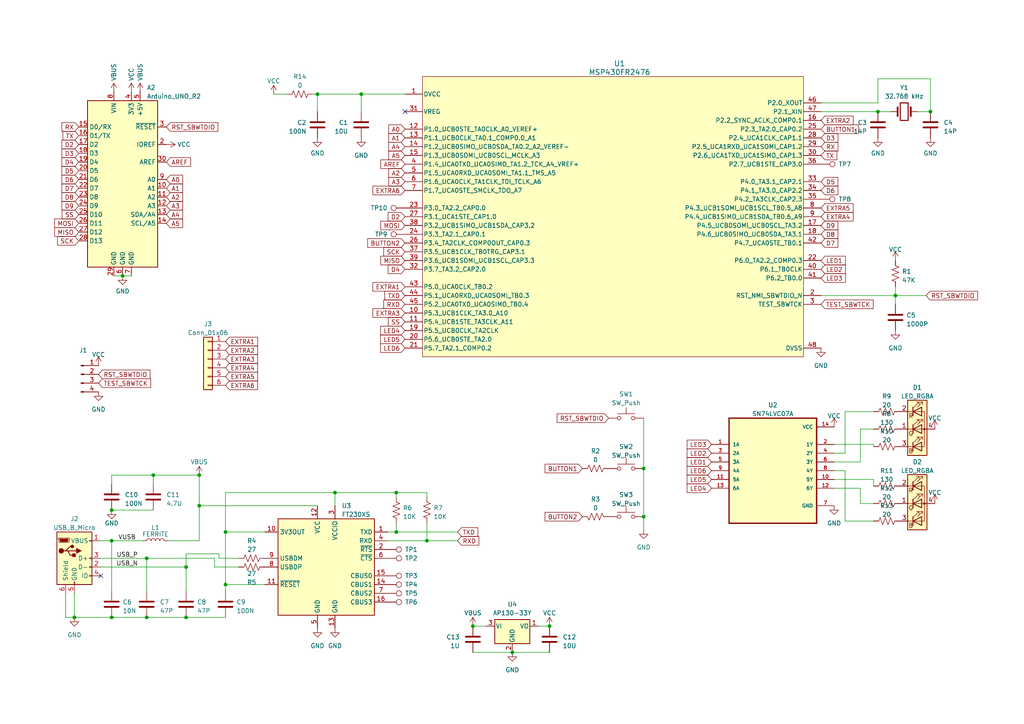
<source format=kicad_sch>
(kicad_sch (version 20230121) (generator eeschema)
  (paper "A4")
  (title_block (title "Alee Development Board") (date "2023-10-16") (company "bitgloo") (comment 1 "Released under the CERN Open Hardware License Version 2 - Strongly Reciprocal"))
  (lib_symbols
    (symbol "Connector:Conn_01x04_Pin" (pin_names (offset 1.016) hide)
      (property "Reference" "J" (at 0 5.08 0))
      (property "Value" "Conn_01x04_Pin" (at 0 -7.62 0))
      (symbol "Conn_01x04_Pin_1_1"
        (pin passive line (at 5.08 2.54 180) (length 3.81) (name "Pin_1") (number "1"))
        (pin passive line (at 5.08 0 180) (length 3.81) (name "Pin_2") (number "2"))
        (pin passive line (at 5.08 -2.54 180) (length 3.81) (name "Pin_3") (number "3"))
        (pin passive line (at 5.08 -5.08 180) (length 3.81) (name "Pin_4") (number "4"))
      )
    )
    (symbol "Connector:TestPoint" (pin_numbers hide) (pin_names (offset 0.762) hide)
      (property "Reference" "TP" (at 0 6.858 0))
      (property "Value" "TestPoint" (at 0 5.08 0))
      (symbol "TestPoint_1_1"
        (pin passive line (at 0 0 90) (length 2.54) (name "1") (number "1"))
      )
    )
    (symbol "Connector:USB_B_Micro" (pin_names (offset 1.016))
      (property "Reference" "J" (at -5.08 11.43 0))
      (property "Value" "USB_B_Micro" (at -5.08 8.89 0))
      (symbol "USB_B_Micro_1_1"
        (pin power_out line (at 7.62 5.08 180) (length 2.54) (name "VBUS") (number "1"))
        (pin bidirectional line (at 7.62 -2.54 180) (length 2.54) (name "D-") (number "2"))
        (pin bidirectional line (at 7.62 0 180) (length 2.54) (name "D+") (number "3"))
        (pin passive line (at 7.62 -5.08 180) (length 2.54) (name "ID") (number "4"))
        (pin power_out line (at 0 -10.16 90) (length 2.54) (name "GND") (number "5"))
        (pin passive line (at -2.54 -10.16 90) (length 2.54) (name "Shield") (number "6"))
      )
    )
    (symbol "Connector_Generic:Conn_01x06" (pin_names (offset 1.016) hide)
      (property "Reference" "J" (at 0 7.62 0))
      (property "Value" "Conn_01x06" (at 0 -10.16 0))
      (symbol "Conn_01x06_1_1"
        (pin passive line (at -5.08 5.08 0) (length 3.81) (name "Pin_1") (number "1"))
        (pin passive line (at -5.08 2.54 0) (length 3.81) (name "Pin_2") (number "2"))
        (pin passive line (at -5.08 0 0) (length 3.81) (name "Pin_3") (number "3"))
        (pin passive line (at -5.08 -2.54 0) (length 3.81) (name "Pin_4") (number "4"))
        (pin passive line (at -5.08 -5.08 0) (length 3.81) (name "Pin_5") (number "5"))
        (pin passive line (at -5.08 -7.62 0) (length 3.81) (name "Pin_6") (number "6"))
      )
    )
    (symbol "Device:C" (pin_numbers hide) (pin_names (offset 0.254))
      (property "Reference" "C" (at 0.635 2.54 0))
      (property "Value" "C" (at 0.635 -2.54 0))
      (symbol "C_1_1"
        (pin passive line (at 0 3.81 270) (length 2.794) (name "~") (number "1"))
        (pin passive line (at 0 -3.81 90) (length 2.794) (name "~") (number "2"))
      )
    )
    (symbol "Device:Crystal" (pin_numbers hide) (pin_names (offset 1.016) hide)
      (property "Reference" "Y" (at 0 3.81 0))
      (property "Value" "Crystal" (at 0 -3.81 0))
      (symbol "Crystal_1_1"
        (pin passive line (at -3.81 0 0) (length 1.27) (name "1") (number "1"))
        (pin passive line (at 3.81 0 180) (length 1.27) (name "2") (number "2"))
      )
    )
    (symbol "Device:L" (pin_numbers hide) (pin_names (offset 1.016) hide)
      (property "Reference" "L" (at -1.27 0 90))
      (property "Value" "L" (at 1.905 0 90))
      (symbol "L_1_1"
        (pin passive line (at 0 3.81 270) (length 1.27) (name "1") (number "1"))
        (pin passive line (at 0 -3.81 90) (length 1.27) (name "2") (number "2"))
      )
    )
    (symbol "Device:LED_GRBA" (pin_names (offset 0) hide)
      (property "Reference" "D" (at 0 9.398 0))
      (property "Value" "LED_GRBA" (at 0 -8.89 0))
      (symbol "LED_GRBA_0_0"
        (text "B" (at -1.905 -6.35 0) (effects (font (size 1.27 1.27))))
        (text "G" (at -1.905 -1.27 0) (effects (font (size 1.27 1.27))))
        (text "R" (at -1.905 3.81 0) (effects (font (size 1.27 1.27))))
      )
      (symbol "LED_GRBA_1_1"
        (pin passive line (at -5.08 0 0) (length 2.54) (name "GK") (number "1"))
        (pin passive line (at -5.08 5.08 0) (length 2.54) (name "RK") (number "2"))
        (pin passive line (at -5.08 -5.08 0) (length 2.54) (name "BK") (number "3"))
        (pin passive line (at 5.08 0 180) (length 2.54) (name "A") (number "4"))
      )
    )
    (symbol "Device:R_US" (pin_numbers hide) (pin_names (offset 0))
      (property "Reference" "R" (at 2.54 0 90))
      (property "Value" "R_US" (at -2.54 0 90))
      (symbol "R_US_1_1"
        (pin passive line (at 0 3.81 270) (length 1.27) (name "~") (number "1"))
        (pin passive line (at 0 -3.81 90) (length 1.27) (name "~") (number "2"))
      )
    )
    (symbol "Interface_USB:FT230XS"
      (property "Reference" "U" (at -13.97 15.24 0))
      (property "Value" "FT230XS" (at 7.62 15.24 0))
      (symbol "FT230XS_1_1"
        (pin output line (at 17.78 10.16 180) (length 3.81) (name "TXD") (number "1"))
        (pin power_out line (at -17.78 10.16 0) (length 3.81) (name "3V3OUT") (number "10"))
        (pin input line (at -17.78 -5.08 0) (length 3.81) (name "~{RESET}") (number "11"))
        (pin power_in line (at -2.54 17.78 270) (length 3.81) (name "VCC") (number "12"))
        (pin power_in line (at 2.54 -17.78 90) (length 3.81) (name "GND") (number "13"))
        (pin bidirectional line (at 17.78 -5.08 180) (length 3.81) (name "CBUS1") (number "14"))
        (pin bidirectional line (at 17.78 -2.54 180) (length 3.81) (name "CBUS0") (number "15"))
        (pin bidirectional line (at 17.78 -10.16 180) (length 3.81) (name "CBUS3") (number "16"))
        (pin output line (at 17.78 5.08 180) (length 3.81) (name "~{RTS}") (number "2"))
        (pin power_in line (at 2.54 17.78 270) (length 3.81) (name "VCCIO") (number "3"))
        (pin input line (at 17.78 7.62 180) (length 3.81) (name "RXD") (number "4"))
        (pin power_in line (at -2.54 -17.78 90) (length 3.81) (name "GND") (number "5"))
        (pin input line (at 17.78 2.54 180) (length 3.81) (name "~{CTS}") (number "6"))
        (pin bidirectional line (at 17.78 -7.62 180) (length 3.81) (name "CBUS2") (number "7"))
        (pin bidirectional line (at -17.78 0 0) (length 3.81) (name "USBDP") (number "8"))
        (pin bidirectional line (at -17.78 2.54 0) (length 3.81) (name "USBDM") (number "9"))
      )
    )
    (symbol "MCU_Module:Arduino_UNO_R2"
      (property "Reference" "A" (at -10.16 23.495 0))
      (property "Value" "Arduino_UNO_R2" (at 5.08 -26.67 0))
      (symbol "Arduino_UNO_R2_1_1"
        (pin no_connect line (at -10.16 -20.32 0) (length 2.54) hide (name "NC") (number "1"))
        (pin bidirectional line (at 12.7 -2.54 180) (length 2.54) (name "A1") (number "10"))
        (pin bidirectional line (at 12.7 -5.08 180) (length 2.54) (name "A2") (number "11"))
        (pin bidirectional line (at 12.7 -7.62 180) (length 2.54) (name "A3") (number "12"))
        (pin bidirectional line (at 12.7 -10.16 180) (length 2.54) (name "SDA/A4") (number "13"))
        (pin bidirectional line (at 12.7 -12.7 180) (length 2.54) (name "SCL/A5") (number "14"))
        (pin bidirectional line (at -12.7 15.24 0) (length 2.54) (name "D0/RX") (number "15"))
        (pin bidirectional line (at -12.7 12.7 0) (length 2.54) (name "D1/TX") (number "16"))
        (pin bidirectional line (at -12.7 10.16 0) (length 2.54) (name "D2") (number "17"))
        (pin bidirectional line (at -12.7 7.62 0) (length 2.54) (name "D3") (number "18"))
        (pin bidirectional line (at -12.7 5.08 0) (length 2.54) (name "D4") (number "19"))
        (pin output line (at 12.7 10.16 180) (length 2.54) (name "IOREF") (number "2"))
        (pin bidirectional line (at -12.7 2.54 0) (length 2.54) (name "D5") (number "20"))
        (pin bidirectional line (at -12.7 0 0) (length 2.54) (name "D6") (number "21"))
        (pin bidirectional line (at -12.7 -2.54 0) (length 2.54) (name "D7") (number "22"))
        (pin bidirectional line (at -12.7 -5.08 0) (length 2.54) (name "D8") (number "23"))
        (pin bidirectional line (at -12.7 -7.62 0) (length 2.54) (name "D9") (number "24"))
        (pin bidirectional line (at -12.7 -10.16 0) (length 2.54) (name "D10") (number "25"))
        (pin bidirectional line (at -12.7 -12.7 0) (length 2.54) (name "D11") (number "26"))
        (pin bidirectional line (at -12.7 -15.24 0) (length 2.54) (name "D12") (number "27"))
        (pin bidirectional line (at -12.7 -17.78 0) (length 2.54) (name "D13") (number "28"))
        (pin power_in line (at -2.54 -27.94 90) (length 2.54) (name "GND") (number "29"))
        (pin input line (at 12.7 15.24 180) (length 2.54) (name "~{RESET}") (number "3"))
        (pin input line (at 12.7 5.08 180) (length 2.54) (name "AREF") (number "30"))
        (pin power_out line (at 2.54 25.4 270) (length 2.54) (name "3V3") (number "4"))
        (pin power_out line (at 5.08 25.4 270) (length 2.54) (name "+5V") (number "5"))
        (pin power_in line (at 0 -27.94 90) (length 2.54) (name "GND") (number "6"))
        (pin power_in line (at 2.54 -27.94 90) (length 2.54) (name "GND") (number "7"))
        (pin power_in line (at -2.54 25.4 270) (length 2.54) (name "VIN") (number "8"))
        (pin bidirectional line (at 12.7 0 180) (length 2.54) (name "A0") (number "9"))
      )
    )
    (symbol "New_Library:MSP430FR2476TPTR" (pin_names (offset 0.254))
      (property "Reference" "U1" (at 0 45.72 0))
      (property "Value" "MSP430FR2476" (at 0 43.18 0))
      (symbol "MSP430FR2476TPTR_0_1"
        (pin power_in line (at -62.23 36.83 0) (length 5.08) (name "DVCC") (number "1"))
        (pin bidirectional line (at -62.23 -26.67 0) (length 5.08) (name "P5.3_UCB1CLK_TA3.0_A10") (number "10"))
        (pin bidirectional line (at -62.23 -29.21 0) (length 5.08) (name "P5.4_UCB1STE_TA3CLK_A11") (number "11"))
        (pin bidirectional line (at -62.23 26.67 0) (length 5.08) (name "P1.0_UCB0STE_TA0CLK_A0_VEREF+") (number "12"))
        (pin bidirectional line (at -62.23 24.13 0) (length 5.08) (name "P1.1_UCB0CLK_TA0.1_COMP0.0_A1") (number "13"))
        (pin bidirectional line (at -62.23 21.59 0) (length 5.08) (name "P1.2_UCB0SIMO_UCB0SDA_TA0.2_A2_VEREF-") (number "14"))
        (pin bidirectional line (at -62.23 19.05 0) (length 5.08) (name "P1.3_UCB0SOMI_UCB0SCL_MCLK_A3") (number "15"))
        (pin bidirectional line (at 58.42 29.21 180) (length 5.08) (name "P2.2_SYNC_ACLK_COMP0.1") (number "16"))
        (pin bidirectional line (at 58.42 -1.27 180) (length 5.08) (name "P4.5_UCB0SOMI_UCB0SCL_TA3.2") (number "17"))
        (pin bidirectional line (at 58.42 -3.81 180) (length 5.08) (name "P4.6_UCB0SIMO_UCB0SDA_TA3.1") (number "18"))
        (pin bidirectional line (at -62.23 -31.75 0) (length 5.08) (name "P5.5_UCB0CLK_TA2CLK") (number "19"))
        (pin bidirectional line (at 58.42 -21.59 180) (length 5.08) (name "RST_NMI_SBWTDIO_N") (number "2"))
        (pin bidirectional line (at -62.23 -34.29 0) (length 5.08) (name "P5.6_UCB0STE_TA2.0") (number "20"))
        (pin bidirectional line (at -62.23 -36.83 0) (length 5.08) (name "P5.7_TA2.1_COMP0.2") (number "21"))
        (pin bidirectional line (at 58.42 -11.43 180) (length 5.08) (name "P6.0_TA2.2_COMP0.3") (number "22"))
        (pin bidirectional line (at -62.23 3.81 0) (length 5.08) (name "P3.0_TA2.2_CAP0.0") (number "23"))
        (pin bidirectional line (at -62.23 -3.81 0) (length 5.08) (name "P3.3_TA2.1_CAP0.1") (number "24"))
        (pin bidirectional line (at 58.42 26.67 180) (length 5.08) (name "P2.3_TA2.0_CAP0.2") (number "25"))
        (pin bidirectional line (at -62.23 -6.35 0) (length 5.08) (name "P3.4_TA2CLK_COMP0OUT_CAP0.3") (number "26"))
        (pin bidirectional line (at -62.23 1.27 0) (length 5.08) (name "P3.1_UCA1STE_CAP1.0") (number "27"))
        (pin bidirectional line (at 58.42 24.13 180) (length 5.08) (name "P2.4_UCA1CLK_CAP1.1") (number "28"))
        (pin bidirectional line (at 58.42 21.59 180) (length 5.08) (name "P2.5_UCA1RXD_UCA1SOMI_CAP1.2") (number "29"))
        (pin input line (at 58.42 -24.13 180) (length 5.08) (name "TEST_SBWTCK") (number "3"))
        (pin bidirectional line (at 58.42 19.05 180) (length 5.08) (name "P2.6_UCA1TXD_UCA1SIMO_CAP1.3") (number "30"))
        (pin power_in line (at -62.23 31.75 0) (length 5.08) (name "VREG") (number "31"))
        (pin bidirectional line (at -62.23 -13.97 0) (length 5.08) (name "P3.7_TA3.2_CAP2.0") (number "32"))
        (pin bidirectional line (at 58.42 11.43 180) (length 5.08) (name "P4.0_TA3.1_CAP2.1") (number "33"))
        (pin bidirectional line (at 58.42 8.89 180) (length 5.08) (name "P4.1_TA3.0_CAP2.2") (number "34"))
        (pin bidirectional line (at 58.42 6.35 180) (length 5.08) (name "P4.2_TA3CLK_CAP2.3") (number "35"))
        (pin bidirectional line (at 58.42 16.51 180) (length 5.08) (name "P2.7_UCB1STE_CAP3.0") (number "36"))
        (pin bidirectional line (at -62.23 -8.89 0) (length 5.08) (name "P3.5_UCB1CLK_TB0TRG_CAP3.1") (number "37"))
        (pin bidirectional line (at -62.23 -1.27 0) (length 5.08) (name "P3.2_UCB1SIMO_UCB1SDA_CAP3.2") (number "38"))
        (pin bidirectional line (at -62.23 -11.43 0) (length 5.08) (name "P3.6_UCB1SOMI_UCB1SCL_CAP3.3") (number "39"))
        (pin bidirectional line (at -62.23 16.51 0) (length 5.08) (name "P1.4_UCA0TXD_UCA0SIMO_TA1.2_TCK_A4_VREF+") (number "4"))
        (pin bidirectional line (at 58.42 -13.97 180) (length 5.08) (name "P6.1_TB0CLK") (number "40"))
        (pin bidirectional line (at 58.42 -16.51 180) (length 5.08) (name "P6.2_TB0.0") (number "41"))
        (pin bidirectional line (at 58.42 -6.35 180) (length 5.08) (name "P4.7_UCA0STE_TB0.1") (number "42"))
        (pin bidirectional line (at -62.23 -19.05 0) (length 5.08) (name "P5.0_UCA0CLK_TB0.2") (number "43"))
        (pin bidirectional line (at -62.23 -21.59 0) (length 5.08) (name "P5.1_UCA0RXD_UCA0SOMI_TB0.3") (number "44"))
        (pin bidirectional line (at -62.23 -24.13 0) (length 5.08) (name "P5.2_UCA0TXD_UCA0SIMO_TB0.4") (number "45"))
        (pin bidirectional line (at 58.42 34.29 180) (length 5.08) (name "P2.0_XOUT") (number "46"))
        (pin bidirectional line (at 58.42 31.75 180) (length 5.08) (name "P2.1_XIN") (number "47"))
        (pin power_in line (at 58.42 -36.83 180) (length 5.08) (name "DVSS") (number "48"))
        (pin bidirectional line (at -62.23 13.97 0) (length 5.08) (name "P1.5_UCA0RXD_UCA0SOMI_TA1.1_TMS_A5") (number "5"))
        (pin bidirectional line (at -62.23 11.43 0) (length 5.08) (name "P1.6_UCA0CLK_TA1CLK_TDI_TCLK_A6") (number "6"))
        (pin bidirectional line (at -62.23 8.89 0) (length 5.08) (name "P1.7_UCA0STE_SMCLK_TDO_A7") (number "7"))
        (pin bidirectional line (at 58.42 3.81 180) (length 5.08) (name "P4.3_UCB1SOMI_UCB1SCL_TB0.5_A8") (number "8"))
        (pin bidirectional line (at 58.42 1.27 180) (length 5.08) (name "P4.4_UCB1SIMO_UCB1SDA_TB0.6_A9") (number "9"))
      )
    )
    (symbol "New_Library:SN74LVC07APWR" (pin_names (offset 1.016))
      (property "Reference" "U" (at -12.7 16.2306 0))
      (property "Value" "SN74LVC07APWR" (at -12.7 -19.2278 0))
      (symbol "SN74LVC07APWR_0_0"
        (pin input line (at -17.78 7.62 0) (length 5.08) (name "1A") (number "1"))
        (pin output line (at 17.78 -2.54 180) (length 5.08) (name "5Y") (number "10"))
        (pin input line (at -17.78 -2.54 0) (length 5.08) (name "5A") (number "11"))
        (pin output line (at 17.78 -5.08 180) (length 5.08) (name "6Y") (number "12"))
        (pin input line (at -17.78 -5.08 0) (length 5.08) (name "6A") (number "13"))
        (pin power_in line (at 17.78 12.7 180) (length 5.08) (name "VCC") (number "14"))
        (pin output line (at 17.78 7.62 180) (length 5.08) (name "1Y") (number "2"))
        (pin input line (at -17.78 5.08 0) (length 5.08) (name "2A") (number "3"))
        (pin output line (at 17.78 5.08 180) (length 5.08) (name "2Y") (number "4"))
        (pin input line (at -17.78 2.54 0) (length 5.08) (name "3A") (number "5"))
        (pin output line (at 17.78 2.54 180) (length 5.08) (name "3Y") (number "6"))
        (pin power_in line (at 17.78 -10.16 180) (length 5.08) (name "GND") (number "7"))
        (pin output line (at 17.78 0 180) (length 5.08) (name "4Y") (number "8"))
        (pin input line (at -17.78 0 0) (length 5.08) (name "4A") (number "9"))
      )
    )
    (symbol "Regulator_Linear:AP130-33Y" (pin_names (offset 0.254))
      (property "Reference" "U" (at -3.81 3.175 0))
      (property "Value" "AP130-33Y" (at 0 3.175 0))
      (symbol "AP130-33Y_1_1"
        (pin power_out line (at 7.62 0 180) (length 2.54) (name "VO") (number "1"))
        (pin power_in line (at 0 -7.62 90) (length 2.54) (name "GND") (number "2"))
        (pin power_in line (at -7.62 0 0) (length 2.54) (name "VI") (number "3"))
      )
    )
    (symbol "Switch:SW_Push" (pin_numbers hide) (pin_names (offset 1.016) hide)
      (property "Reference" "SW" (at 1.27 2.54 0))
      (property "Value" "SW_Push" (at 0 -1.524 0))
      (symbol "SW_Push_0_1"
        (pin passive line (at -5.08 0 0) (length 2.54) (name "1") (number "1"))
        (pin passive line (at 5.08 0 180) (length 2.54) (name "2") (number "2"))
      )
    )
    (symbol "power:GND" (power) (pin_names (offset 0))
      (property "Value" "GND" (at 0 -3.81 0))
      (symbol "GND_1_1"
        (pin power_in line (at 0 0 270) (length 0) hide (name "GND") (number "1"))
      )
    )
    (symbol "power:VBUS" (power) (pin_names (offset 0))
      (property "Value" "VBUS" (at 0 3.81 0))
      (symbol "VBUS_1_1"
        (pin power_in line (at 0 0 90) (length 0) hide (name "VBUS") (number "1"))
      )
    )
    (symbol "power:VCC" (power) (pin_names (offset 0))
      (property "Value" "VCC" (at 0 3.81 0))
      (symbol "VCC_1_1"
        (pin power_in line (at 0 0 90) (length 0) hide (name "VCC") (number "1"))
      )
    )
  )
  (junction (at 65.405 154.305))
  (junction (at 159.385 181.61))
  (junction (at 114.935 142.875))
  (junction (at 53.975 179.07))
  (junction (at 57.785 137.795))
  (junction (at 53.975 164.465))
  (junction (at 32.385 156.845))
  (junction (at 65.405 169.545))
  (junction (at 148.59 189.23))
  (junction (at 137.16 181.61))
  (junction (at 44.45 137.795))
  (junction (at 57.785 146.685))
  (junction (at 92.075 27.305))
  (junction (at 259.715 85.725))
  (junction (at 123.825 156.845))
  (junction (at 97.155 142.875))
  (junction (at 104.775 27.305))
  (junction (at 35.56 80.01))
  (junction (at 42.545 161.925))
  (junction (at 254.635 32.385))
  (junction (at 186.69 149.86))
  (junction (at 21.59 179.07))
  (junction (at 32.385 179.07))
  (junction (at 42.545 179.07))
  (junction (at 114.935 154.305))
  (junction (at 186.69 135.89))
  (junction (at 32.385 147.955))
  (junction (at 269.875 32.385))
  (no_connect (at 29.21 167.005))
  (no_connect (at 117.475 32.385))
  (wire (pts (xy 114.935 142.875) (xy 114.935 144.145)))
  (wire (pts (xy 21.59 179.07) (xy 32.385 179.07)))
  (wire (pts (xy 48.895 156.845) (xy 57.785 156.845)))
  (wire (pts (xy 97.155 146.685) (xy 97.155 142.875)))
  (wire (pts (xy 65.405 142.875) (xy 65.405 154.305)))
  (wire (pts (xy 137.16 189.23) (xy 148.59 189.23)))
  (wire (pts (xy 253.365 128.905) (xy 253.365 129.54)))
  (wire (pts (xy 238.125 32.385) (xy 254.635 32.385)))
  (wire (pts (xy 249.555 133.985) (xy 249.555 124.46)))
  (wire (pts (xy 97.155 142.875) (xy 114.935 142.875)))
  (wire (pts (xy 29.21 161.925) (xy 42.545 161.925)))
  (wire (pts (xy 249.555 141.605) (xy 249.555 146.05)))
  (wire (pts (xy 148.59 189.23) (xy 159.385 189.23)))
  (wire (pts (xy 245.11 119.38) (xy 253.365 119.38)))
  (wire (pts (xy 245.11 136.525) (xy 245.11 151.13)))
  (wire (pts (xy 19.05 172.085) (xy 19.05 179.07)))
  (wire (pts (xy 65.405 154.305) (xy 65.405 169.545)))
  (wire (pts (xy 249.555 124.46) (xy 253.365 124.46)))
  (wire (pts (xy 123.825 156.845) (xy 123.825 151.765)))
  (wire (pts (xy 29.21 164.465) (xy 53.975 164.465)))
  (wire (pts (xy 114.935 154.305) (xy 132.715 154.305)))
  (wire (pts (xy 241.935 136.525) (xy 245.11 136.525)))
  (wire (pts (xy 112.395 154.305) (xy 114.935 154.305)))
  (wire (pts (xy 259.715 83.185) (xy 259.715 85.725)))
  (wire (pts (xy 29.21 156.845) (xy 32.385 156.845)))
  (wire (pts (xy 32.385 179.07) (xy 42.545 179.07)))
  (wire (pts (xy 253.365 139.065) (xy 253.365 140.97)))
  (wire (pts (xy 63.5 161.925) (xy 63.5 160.655)))
  (wire (pts (xy 19.05 179.07) (xy 21.59 179.07)))
  (wire (pts (xy 186.69 121.285) (xy 186.69 135.89)))
  (wire (pts (xy 44.45 137.795) (xy 32.385 137.795)))
  (wire (pts (xy 65.405 169.545) (xy 76.835 169.545)))
  (wire (pts (xy 32.385 156.845) (xy 32.385 171.45)))
  (wire (pts (xy 112.395 156.845) (xy 123.825 156.845)))
  (wire (pts (xy 53.975 179.07) (xy 65.405 179.07)))
  (wire (pts (xy 65.405 154.305) (xy 76.835 154.305)))
  (wire (pts (xy 44.45 137.795) (xy 44.45 140.335)))
  (wire (pts (xy 114.935 154.305) (xy 114.935 151.765)))
  (wire (pts (xy 90.805 27.305) (xy 92.075 27.305)))
  (wire (pts (xy 53.975 160.655) (xy 53.975 164.465)))
  (wire (pts (xy 254.635 22.86) (xy 269.875 22.86)))
  (wire (pts (xy 156.21 181.61) (xy 159.385 181.61)))
  (wire (pts (xy 92.075 146.685) (xy 57.785 146.685)))
  (wire (pts (xy 266.065 32.385) (xy 269.875 32.385)))
  (wire (pts (xy 69.215 164.465) (xy 62.23 164.465)))
  (wire (pts (xy 65.405 169.545) (xy 65.405 171.45)))
  (wire (pts (xy 79.375 27.305) (xy 83.185 27.305)))
  (wire (pts (xy 238.125 29.845) (xy 254.635 29.845)))
  (wire (pts (xy 69.215 161.925) (xy 63.5 161.925)))
  (wire (pts (xy 269.875 22.86) (xy 269.875 32.385)))
  (wire (pts (xy 104.775 27.305) (xy 117.475 27.305)))
  (wire (pts (xy 32.385 147.955) (xy 44.45 147.955)))
  (wire (pts (xy 254.635 29.845) (xy 254.635 22.86)))
  (wire (pts (xy 97.155 142.875) (xy 65.405 142.875)))
  (wire (pts (xy 57.785 146.685) (xy 57.785 137.795)))
  (wire (pts (xy 137.16 181.61) (xy 140.97 181.61)))
  (wire (pts (xy 186.69 135.89) (xy 186.69 149.86)))
  (wire (pts (xy 259.715 85.725) (xy 259.715 88.265)))
  (wire (pts (xy 35.56 80.01) (xy 38.1 80.01)))
  (wire (pts (xy 62.23 164.465) (xy 62.23 161.925)))
  (wire (pts (xy 32.385 137.795) (xy 32.385 140.335)))
  (wire (pts (xy 241.935 128.905) (xy 253.365 128.905)))
  (wire (pts (xy 42.545 179.07) (xy 53.975 179.07)))
  (wire (pts (xy 57.785 137.795) (xy 44.45 137.795)))
  (wire (pts (xy 104.775 27.305) (xy 104.775 32.385)))
  (wire (pts (xy 123.825 142.875) (xy 123.825 144.145)))
  (wire (pts (xy 57.785 146.685) (xy 57.785 156.845)))
  (wire (pts (xy 186.69 149.86) (xy 186.69 153.67)))
  (wire (pts (xy 53.975 164.465) (xy 53.975 171.45)))
  (wire (pts (xy 92.075 27.305) (xy 92.075 32.385)))
  (wire (pts (xy 114.935 142.875) (xy 123.825 142.875)))
  (wire (pts (xy 245.11 131.445) (xy 245.11 119.38)))
  (wire (pts (xy 249.555 146.05) (xy 253.365 146.05)))
  (wire (pts (xy 123.825 156.845) (xy 132.715 156.845)))
  (wire (pts (xy 62.23 161.925) (xy 42.545 161.925)))
  (wire (pts (xy 245.11 151.13) (xy 253.365 151.13)))
  (wire (pts (xy 241.935 139.065) (xy 253.365 139.065)))
  (wire (pts (xy 238.125 85.725) (xy 259.715 85.725)))
  (wire (pts (xy 241.935 133.985) (xy 249.555 133.985)))
  (wire (pts (xy 33.02 80.01) (xy 35.56 80.01)))
  (wire (pts (xy 241.935 141.605) (xy 249.555 141.605)))
  (wire (pts (xy 254.635 32.385) (xy 258.445 32.385)))
  (wire (pts (xy 92.075 27.305) (xy 104.775 27.305)))
  (wire (pts (xy 21.59 172.085) (xy 21.59 179.07)))
  (wire (pts (xy 32.385 156.845) (xy 41.275 156.845)))
  (wire (pts (xy 259.715 85.725) (xy 268.605 85.725)))
  (wire (pts (xy 241.935 131.445) (xy 245.11 131.445)))
  (wire (pts (xy 63.5 160.655) (xy 53.975 160.655)))
  (wire (pts (xy 42.545 161.925) (xy 42.545 171.45)))
  (label "USB_P" (at 40.005 161.925 180))
  (label "USB_N" (at 40.005 164.465 180))
  (label "VUSB" (at 34.29 156.845 0))
  (global_label "EXTRA1" (shape input) (at 117.475 83.185 180) (property "Intersheetrefs" "${INTERSHEET_REFS}" (effects hide)))
  (global_label "MISO" (shape input) (at 117.475 75.565 180) (property "Intersheetrefs" "${INTERSHEET_REFS}" (effects hide)))
  (global_label "LED4" (shape input) (at 117.475 95.885 180) (property "Intersheetrefs" "${INTERSHEET_REFS}" (effects hide)))
  (global_label "TEST_SBWTCK" (shape input) (at 28.575 111.125 0) (property "Intersheetrefs" "${INTERSHEET_REFS}" (effects hide)))
  (global_label "D8" (shape input) (at 238.125 67.945 0) (property "Intersheetrefs" "${INTERSHEET_REFS}" (effects hide)))
  (global_label "BUTTON1" (shape input) (at 168.91 135.89 180) (property "Intersheetrefs" "${INTERSHEET_REFS}" (effects hide)))
  (global_label "D8" (shape input) (at 22.86 57.15 180) (property "Intersheetrefs" "${INTERSHEET_REFS}" (effects hide)))
  (global_label "A2" (shape input) (at 48.26 57.15 0) (property "Intersheetrefs" "${INTERSHEET_REFS}" (effects hide)))
  (global_label "D4" (shape input) (at 117.475 78.105 180) (property "Intersheetrefs" "${INTERSHEET_REFS}" (effects hide)))
  (global_label "LED6" (shape input) (at 117.475 100.965 180) (property "Intersheetrefs" "${INTERSHEET_REFS}" (effects hide)))
  (global_label "LED2" (shape input) (at 206.375 131.445 180) (property "Intersheetrefs" "${INTERSHEET_REFS}" (effects hide)))
  (global_label "A5" (shape input) (at 117.475 45.085 180) (property "Intersheetrefs" "${INTERSHEET_REFS}" (effects hide)))
  (global_label "AREF" (shape input) (at 48.26 46.99 0) (property "Intersheetrefs" "${INTERSHEET_REFS}" (effects hide)))
  (global_label "D7" (shape input) (at 22.86 54.61 180) (property "Intersheetrefs" "${INTERSHEET_REFS}" (effects hide)))
  (global_label "A2" (shape input) (at 117.475 50.165 180) (property "Intersheetrefs" "${INTERSHEET_REFS}" (effects hide)))
  (global_label "A4" (shape input) (at 117.475 42.545 180) (property "Intersheetrefs" "${INTERSHEET_REFS}" (effects hide)))
  (global_label "LED6" (shape input) (at 206.375 136.525 180) (property "Intersheetrefs" "${INTERSHEET_REFS}" (effects hide)))
  (global_label "D4" (shape input) (at 22.86 46.99 180) (property "Intersheetrefs" "${INTERSHEET_REFS}" (effects hide)))
  (global_label "TX" (shape input) (at 22.86 39.37 180) (property "Intersheetrefs" "${INTERSHEET_REFS}" (effects hide)))
  (global_label "RST_SBWTDIO" (shape input) (at 268.605 85.725 0) (property "Intersheetrefs" "${INTERSHEET_REFS}" (effects hide)))
  (global_label "EXTRA5" (shape input) (at 65.405 109.22 0) (property "Intersheetrefs" "${INTERSHEET_REFS}" (effects hide)))
  (global_label "AREF" (shape input) (at 117.475 47.625 180) (property "Intersheetrefs" "${INTERSHEET_REFS}" (effects hide)))
  (global_label "D2" (shape input) (at 117.475 62.865 180) (property "Intersheetrefs" "${INTERSHEET_REFS}" (effects hide)))
  (global_label "BUTTON2" (shape input) (at 168.91 149.86 180) (property "Intersheetrefs" "${INTERSHEET_REFS}" (effects hide)))
  (global_label "RX" (shape input) (at 238.125 42.545 0) (property "Intersheetrefs" "${INTERSHEET_REFS}" (effects hide)))
  (global_label "A0" (shape input) (at 117.475 37.465 180) (property "Intersheetrefs" "${INTERSHEET_REFS}" (effects hide)))
  (global_label "A1" (shape input) (at 48.26 54.61 0) (property "Intersheetrefs" "${INTERSHEET_REFS}" (effects hide)))
  (global_label "RXD" (shape input) (at 132.715 156.845 0) (property "Intersheetrefs" "${INTERSHEET_REFS}" (effects hide)))
  (global_label "D6" (shape input) (at 238.125 55.245 0) (property "Intersheetrefs" "${INTERSHEET_REFS}" (effects hide)))
  (global_label "BUTTON2" (shape input) (at 117.475 70.485 180) (property "Intersheetrefs" "${INTERSHEET_REFS}" (effects hide)))
  (global_label "D6" (shape input) (at 22.86 52.07 180) (property "Intersheetrefs" "${INTERSHEET_REFS}" (effects hide)))
  (global_label "EXTRA6" (shape input) (at 65.405 111.76 0) (property "Intersheetrefs" "${INTERSHEET_REFS}" (effects hide)))
  (global_label "D7" (shape input) (at 238.125 70.485 0) (property "Intersheetrefs" "${INTERSHEET_REFS}" (effects hide)))
  (global_label "TXD" (shape input) (at 132.715 154.305 0) (property "Intersheetrefs" "${INTERSHEET_REFS}" (effects hide)))
  (global_label "EXTRA4" (shape input) (at 65.405 106.68 0) (property "Intersheetrefs" "${INTERSHEET_REFS}" (effects hide)))
  (global_label "RST_SBWTDIO" (shape input) (at 48.26 36.83 0) (property "Intersheetrefs" "${INTERSHEET_REFS}" (effects hide)))
  (global_label "D3" (shape input) (at 238.125 40.005 0) (property "Intersheetrefs" "${INTERSHEET_REFS}" (effects hide)))
  (global_label "EXTRA5" (shape input) (at 238.125 60.325 0) (property "Intersheetrefs" "${INTERSHEET_REFS}" (effects hide)))
  (global_label "MOSI" (shape input) (at 22.86 64.77 180) (property "Intersheetrefs" "${INTERSHEET_REFS}" (effects hide)))
  (global_label "D3" (shape input) (at 22.86 44.45 180) (property "Intersheetrefs" "${INTERSHEET_REFS}" (effects hide)))
  (global_label "LED1" (shape input) (at 206.375 133.985 180) (property "Intersheetrefs" "${INTERSHEET_REFS}" (effects hide)))
  (global_label "EXTRA2" (shape input) (at 238.125 34.925 0) (property "Intersheetrefs" "${INTERSHEET_REFS}" (effects hide)))
  (global_label "A5" (shape input) (at 48.26 64.77 0) (property "Intersheetrefs" "${INTERSHEET_REFS}" (effects hide)))
  (global_label "A1" (shape input) (at 117.475 40.005 180) (property "Intersheetrefs" "${INTERSHEET_REFS}" (effects hide)))
  (global_label "SS" (shape input) (at 22.86 62.23 180) (property "Intersheetrefs" "${INTERSHEET_REFS}" (effects hide)))
  (global_label "BUTTON1" (shape input) (at 238.125 37.465 0) (property "Intersheetrefs" "${INTERSHEET_REFS}" (effects hide)))
  (global_label "SCK" (shape input) (at 117.475 73.025 180) (property "Intersheetrefs" "${INTERSHEET_REFS}" (effects hide)))
  (global_label "D2" (shape input) (at 22.86 41.91 180) (property "Intersheetrefs" "${INTERSHEET_REFS}" (effects hide)))
  (global_label "EXTRA6" (shape input) (at 117.475 55.245 180) (property "Intersheetrefs" "${INTERSHEET_REFS}" (effects hide)))
  (global_label "A3" (shape input) (at 117.475 52.705 180) (property "Intersheetrefs" "${INTERSHEET_REFS}" (effects hide)))
  (global_label "A3" (shape input) (at 48.26 59.69 0) (property "Intersheetrefs" "${INTERSHEET_REFS}" (effects hide)))
  (global_label "SCK" (shape input) (at 22.86 69.85 180) (property "Intersheetrefs" "${INTERSHEET_REFS}" (effects hide)))
  (global_label "D5" (shape input) (at 22.86 49.53 180) (property "Intersheetrefs" "${INTERSHEET_REFS}" (effects hide)))
  (global_label "MOSI" (shape input) (at 117.475 65.405 180) (property "Intersheetrefs" "${INTERSHEET_REFS}" (effects hide)))
  (global_label "LED3" (shape input) (at 238.125 80.645 0) (property "Intersheetrefs" "${INTERSHEET_REFS}" (effects hide)))
  (global_label "MISO" (shape input) (at 22.86 67.31 180) (property "Intersheetrefs" "${INTERSHEET_REFS}" (effects hide)))
  (global_label "LED4" (shape input) (at 206.375 141.605 180) (property "Intersheetrefs" "${INTERSHEET_REFS}" (effects hide)))
  (global_label "D5" (shape input) (at 238.125 52.705 0) (property "Intersheetrefs" "${INTERSHEET_REFS}" (effects hide)))
  (global_label "EXTRA3" (shape input) (at 117.475 90.805 180) (property "Intersheetrefs" "${INTERSHEET_REFS}" (effects hide)))
  (global_label "D9" (shape input) (at 22.86 59.69 180) (property "Intersheetrefs" "${INTERSHEET_REFS}" (effects hide)))
  (global_label "LED2" (shape input) (at 238.125 78.105 0) (property "Intersheetrefs" "${INTERSHEET_REFS}" (effects hide)))
  (global_label "RST_SBWTDIO" (shape input) (at 176.53 121.285 180) (property "Intersheetrefs" "${INTERSHEET_REFS}" (effects hide)))
  (global_label "D9" (shape input) (at 238.125 65.405 0) (property "Intersheetrefs" "${INTERSHEET_REFS}" (effects hide)))
  (global_label "RST_SBWTDIO" (shape input) (at 28.575 108.585 0) (property "Intersheetrefs" "${INTERSHEET_REFS}" (effects hide)))
  (global_label "LED3" (shape input) (at 206.375 128.905 180) (property "Intersheetrefs" "${INTERSHEET_REFS}" (effects hide)))
  (global_label "EXTRA2" (shape input) (at 65.405 101.6 0) (property "Intersheetrefs" "${INTERSHEET_REFS}" (effects hide)))
  (global_label "TEST_SBWTCK" (shape input) (at 238.125 88.265 0) (property "Intersheetrefs" "${INTERSHEET_REFS}" (effects hide)))
  (global_label "A0" (shape input) (at 48.26 52.07 0) (property "Intersheetrefs" "${INTERSHEET_REFS}" (effects hide)))
  (global_label "TXD" (shape input) (at 117.475 85.725 180) (property "Intersheetrefs" "${INTERSHEET_REFS}" (effects hide)))
  (global_label "LED1" (shape input) (at 238.125 75.565 0) (property "Intersheetrefs" "${INTERSHEET_REFS}" (effects hide)))
  (global_label "LED5" (shape input) (at 117.475 98.425 180) (property "Intersheetrefs" "${INTERSHEET_REFS}" (effects hide)))
  (global_label "LED5" (shape input) (at 206.375 139.065 180) (property "Intersheetrefs" "${INTERSHEET_REFS}" (effects hide)))
  (global_label "RXD" (shape input) (at 117.475 88.265 180) (property "Intersheetrefs" "${INTERSHEET_REFS}" (effects hide)))
  (global_label "SS" (shape input) (at 117.475 93.345 180) (property "Intersheetrefs" "${INTERSHEET_REFS}" (effects hide)))
  (global_label "RX" (shape input) (at 22.86 36.83 180) (property "Intersheetrefs" "${INTERSHEET_REFS}" (effects hide)))
  (global_label "TX" (shape input) (at 238.125 45.085 0) (property "Intersheetrefs" "${INTERSHEET_REFS}" (effects hide)))
  (global_label "EXTRA1" (shape input) (at 65.405 99.06 0) (property "Intersheetrefs" "${INTERSHEET_REFS}" (effects hide)))
  (global_label "EXTRA4" (shape input) (at 238.125 62.865 0) (property "Intersheetrefs" "${INTERSHEET_REFS}" (effects hide)))
  (global_label "A4" (shape input) (at 48.26 62.23 0) (property "Intersheetrefs" "${INTERSHEET_REFS}" (effects hide)))
  (global_label "EXTRA3" (shape input) (at 65.405 104.14 0) (property "Intersheetrefs" "${INTERSHEET_REFS}" (effects hide)))
  (symbol (lib_id "Device:C") (at 159.385 185.42 0) (unit 1)
    (property "Reference" "C12" (at 163.195 184.785 0) (effects (justify left)))
    (property "Value" "10U" (at 163.195 187.325 0) (effects (justify left)))
    (property "Footprint" "Capacitor_SMD:C_0805_2012Metric" (effects hide))
    (property "Part Number" "CL21A106KOQNNNE" (effects hide))
  )
  (symbol (lib_id "Switch:SW_Push") (at 181.61 135.89 0) (unit 1)
    (property "Reference" "SW2" (at 181.61 129.54 0))
    (property "Value" "SW_Push" (at 181.61 132.08 0))
    (property "Footprint" "Button_Switch_SMD:SW_SPST_TL3305A" (effects hide))
    (property "Part Number" "TL3305AF160QG" (effects hide))
  )
  (symbol (lib_id "Connector:TestPoint") (at 112.395 172.085 270) (unit 1)
    (property "Reference" "TP5" (at 117.475 172.085 90) (effects (justify left)))
    (property "Value" "TestPoint" (effects hide))
    (property "Footprint" "TestPoint:TestPoint_Pad_D1.0mm" (effects hide))
  )
  (symbol (lib_id "Device:R_US") (at 73.025 164.465 270) (unit 1)
    (property "Reference" "R5" (at 73.025 168.91 90))
    (property "Value" "27" (at 73.025 166.37 90))
    (property "Footprint" "Resistor_SMD:R_0603_1608Metric" (effects hide))
    (property "Part Number" "RC0603JR-0727RL" (effects hide))
  )
  (symbol (lib_id "Connector:TestPoint") (at 112.395 159.385 270) (unit 1)
    (property "Reference" "TP1" (at 117.475 159.385 90) (effects (justify left)))
    (property "Value" "TestPoint" (effects hide))
    (property "Footprint" "TestPoint:TestPoint_Pad_D1.0mm" (effects hide))
  )
  (symbol (lib_id "power:VCC") (at 79.375 27.305 0) (unit 1)
    (property "Reference" "#PWR01" (effects hide))
    (property "Value" "VCC" (at 79.375 23.495 0))
  )
  (symbol (lib_id "Device:R_US") (at 257.175 129.54 90) (unit 1)
    (property "Reference" "R10" (at 257.175 125.095 90))
    (property "Value" "20" (at 257.175 127.635 90))
    (property "Footprint" "Resistor_SMD:R_0603_1608Metric" (effects hide))
    (property "Part Number" "RC0603JR-0720RL" (effects hide))
  )
  (symbol (lib_id "Interface_USB:FT230XS") (at 94.615 164.465 0) (unit 1)
    (property "Reference" "U3" (at 99.1109 146.685 0) (effects (justify left)))
    (property "Value" "FT230XS" (at 99.1109 149.225 0) (effects (justify left)))
    (property "Footprint" "Package_SO:SSOP-16_3.9x4.9mm_P0.635mm" (effects hide))
    (property "Datasheet" "https://www.ftdichip.com/Support/Documents/DataSheets/ICs/DS_FT230X.pdf" (effects hide))
    (property "Part Number" "FT230XS-R" (effects hide))
  )
  (symbol (lib_id "power:GND") (at 28.575 113.665 0) (unit 1)
    (property "Reference" "#PWR010" (effects hide))
    (property "Value" "GND" (at 28.575 118.745 0))
  )
  (symbol (lib_id "Connector:TestPoint") (at 112.395 167.005 270) (unit 1)
    (property "Reference" "TP3" (at 117.475 167.005 90) (effects (justify left)))
    (property "Value" "TestPoint" (effects hide))
    (property "Footprint" "TestPoint:TestPoint_Pad_D1.0mm" (effects hide))
  )
  (symbol (lib_id "Device:R_US") (at 259.715 79.375 0) (unit 1)
    (property "Reference" "R1" (at 261.62 78.74 0) (effects (justify left)))
    (property "Value" "47K" (at 261.62 81.28 0) (effects (justify left)))
    (property "Footprint" "Resistor_SMD:R_0603_1608Metric" (effects hide))
    (property "Part Number" "RC0603JR-0747KL" (effects hide))
  )
  (symbol (lib_id "Device:C") (at 44.45 144.145 0) (unit 1)
    (property "Reference" "C11" (at 48.26 143.51 0) (effects (justify left)))
    (property "Value" "4.7U" (at 48.26 146.05 0) (effects (justify left)))
    (property "Footprint" "Capacitor_SMD:C_0805_2012Metric" (effects hide))
    (property "Part Number" "CL21A475KAQNNNE" (effects hide))
  )
  (symbol (lib_id "power:GND") (at 259.715 95.885 0) (unit 1)
    (property "Reference" "#PWR07" (effects hide))
    (property "Value" "GND" (at 259.715 100.965 0))
  )
  (symbol (lib_id "Connector:TestPoint") (at 112.395 169.545 270) (unit 1)
    (property "Reference" "TP4" (at 117.475 169.545 90) (effects (justify left)))
    (property "Value" "TestPoint" (effects hide))
    (property "Footprint" "TestPoint:TestPoint_Pad_D1.0mm" (effects hide))
  )
  (symbol (lib_id "Connector:USB_B_Micro") (at 21.59 161.925 0) (unit 1)
    (property "Reference" "J2" (at 21.59 150.495 0))
    (property "Value" "USB_B_Micro" (at 21.59 153.035 0))
    (property "Footprint" "Connector_USB:USB_Micro-B_Amphenol_10118194_Horizontal" (effects hide))
    (property "Part Number" "10118194-0001LF" (effects hide))
  )
  (symbol (lib_id "power:VBUS") (at 57.785 137.795 0) (unit 1)
    (property "Reference" "#PWR012" (effects hide))
    (property "Value" "VBUS" (at 57.785 133.985 0))
  )
  (symbol (lib_id "power:VCC") (at 28.575 106.045 0) (unit 1)
    (property "Reference" "#PWR09" (effects hide))
    (property "Value" "VCC" (at 28.575 102.87 0))
  )
  (symbol (lib_id "power:VBUS") (at 33.02 26.67 0) (unit 1)
    (property "Reference" "#PWR022" (effects hide))
    (property "Value" "VBUS" (at 33.02 20.955 90))
  )
  (symbol (lib_id "Device:LED_GRBA") (at 266.065 124.46 0) (unit 1)
    (property "Reference" "D1" (at 266.065 112.395 0))
    (property "Value" "LED_RGBA" (at 266.065 114.935 0))
    (property "Footprint" "LED_SMD:LED_RGB_Wuerth-PLCC4_3.2x2.8mm_150141M173100" (effects hide))
    (property "Part Number" "BL-HJXGXBX32M-A" (effects hide))
  )
  (symbol (lib_id "power:VBUS") (at 137.16 181.61 0) (mirror y) (unit 1)
    (property "Reference" "#PWR013" (effects hide))
    (property "Value" "VBUS" (at 137.16 177.8 0))
  )
  (symbol (lib_id "Device:R_US") (at 73.025 161.925 90) (unit 1)
    (property "Reference" "R4" (at 73.025 156.845 90))
    (property "Value" "27" (at 73.025 159.385 90))
    (property "Footprint" "Resistor_SMD:R_0603_1608Metric" (effects hide))
    (property "Part Number" "RC0603JR-0727RL" (effects hide))
  )
  (symbol (lib_id "Connector:TestPoint") (at 117.475 67.945 90) (unit 1)
    (property "Reference" "TP9" (at 112.395 67.945 90) (effects (justify left)))
    (property "Value" "TestPoint" (effects hide))
    (property "Footprint" "TestPoint:TestPoint_Pad_D1.0mm" (effects hide))
  )
  (symbol (lib_id "Connector:TestPoint") (at 238.125 57.785 270) (unit 1)
    (property "Reference" "TP8" (at 243.205 57.785 90) (effects (justify left)))
    (property "Value" "TestPoint" (effects hide))
    (property "Footprint" "TestPoint:TestPoint_Pad_D1.0mm" (effects hide))
  )
  (symbol (lib_id "Device:C") (at 65.405 175.26 0) (unit 1)
    (property "Reference" "C9" (at 68.58 174.625 0) (effects (justify left)))
    (property "Value" "100N" (at 68.58 177.165 0) (effects (justify left)))
    (property "Footprint" "Capacitor_SMD:C_0603_1608Metric" (effects hide))
    (property "Part Number" "CL10B104KB8NNNC" (effects hide))
  )
  (symbol (lib_id "power:VCC") (at 271.145 146.05 0) (unit 1)
    (property "Reference" "#PWR028" (effects hide))
    (property "Value" "VCC" (at 271.145 142.875 0))
  )
  (symbol (lib_id "Connector:TestPoint") (at 112.395 174.625 270) (unit 1)
    (property "Reference" "TP6" (at 117.475 174.625 90) (effects (justify left)))
    (property "Value" "TestPoint" (effects hide))
    (property "Footprint" "TestPoint:TestPoint_Pad_D1.0mm" (effects hide))
  )
  (symbol (lib_id "power:GND") (at 92.075 40.005 0) (mirror y) (unit 1)
    (property "Reference" "#PWR04" (effects hide))
    (property "Value" "GND" (at 92.075 44.45 0))
  )
  (symbol (lib_id "power:GND") (at 104.775 40.005 0) (mirror y) (unit 1)
    (property "Reference" "#PWR03" (effects hide))
    (property "Value" "GND" (at 104.775 45.085 0))
  )
  (symbol (lib_id "Connector:TestPoint") (at 238.125 47.625 270) (unit 1)
    (property "Reference" "TP7" (at 243.205 47.625 90) (effects (justify left)))
    (property "Value" "TestPoint" (effects hide))
    (property "Footprint" "TestPoint:TestPoint_Pad_D1.0mm" (effects hide))
  )
  (symbol (lib_id "Device:C") (at 42.545 175.26 0) (unit 1)
    (property "Reference" "C7" (at 46.355 174.625 0) (effects (justify left)))
    (property "Value" "47P" (at 46.355 177.165 0) (effects (justify left)))
    (property "Footprint" "Capacitor_SMD:C_0603_1608Metric" (effects hide))
    (property "Part Number" "CL10C470JB8NNNC" (effects hide))
  )
  (symbol (lib_id "MCU_Module:Arduino_UNO_R2") (at 35.56 52.07 0) (unit 1)
    (property "Reference" "A2" (at 42.5959 25.4 0) (effects (justify left)))
    (property "Value" "Arduino_UNO_R2" (at 42.5959 27.94 0) (effects (justify left)))
    (property "Footprint" "Module:Arduino_UNO_R2" (effects hide))
    (property "Datasheet" "https://www.arduino.cc/en/Main/arduinoBoardUno" (effects hide))
  )
  (symbol (lib_id "power:VCC") (at 241.935 123.825 0) (unit 1)
    (property "Reference" "#PWR020" (effects hide))
    (property "Value" "VCC" (at 241.935 120.65 0))
  )
  (symbol (lib_id "power:GND") (at 238.125 100.965 0) (unit 1)
    (property "Reference" "#PWR08" (effects hide))
    (property "Value" "GND" (at 238.125 106.045 0))
  )
  (symbol (lib_id "power:GND") (at 92.075 182.245 0) (unit 1)
    (property "Reference" "#PWR016" (effects hide))
    (property "Value" "GND" (at 92.075 187.325 0))
  )
  (symbol (lib_id "power:GND") (at 21.59 179.07 0) (unit 1)
    (property "Reference" "#PWR015" (effects hide))
    (property "Value" "GND" (at 21.59 184.15 0))
  )
  (symbol (lib_id "power:VCC") (at 259.715 75.565 0) (unit 1)
    (property "Reference" "#PWR02" (effects hide))
    (property "Value" "VCC" (at 259.715 72.39 0))
  )
  (symbol (lib_id "New_Library:MSP430FR2476TPTR") (at 179.705 64.135 0) (unit 1)
    (property "Reference" "U1" (at 179.705 18.415 0) (effects (font (size 1.524 1.524))))
    (property "Value" "MSP430FR2476" (at 179.705 20.955 0) (effects (font (size 1.524 1.524))))
    (property "Footprint" "PT0048A_N" (effects hide))
    (property "Datasheet" "MSP430FR2476TPTR" (effects hide))
    (property "Part Number" "MSP430FR2476TPTR" (effects hide))
  )
  (symbol (lib_id "Device:R_US") (at 257.175 140.97 90) (unit 1)
    (property "Reference" "R11" (at 257.175 136.525 90))
    (property "Value" "130" (at 257.175 139.065 90))
    (property "Footprint" "Resistor_SMD:R_0603_1608Metric" (effects hide))
    (property "Part Number" "RC0603JR-07130RL" (effects hide))
  )
  (symbol (lib_id "power:GND") (at 35.56 80.01 0) (mirror y) (unit 1)
    (property "Reference" "#PWR023" (effects hide))
    (property "Value" "GND" (at 35.56 84.455 0))
  )
  (symbol (lib_id "Device:LED_GRBA") (at 266.065 146.05 0) (unit 1)
    (property "Reference" "D2" (at 266.065 133.985 0))
    (property "Value" "LED_RGBA" (at 266.065 136.525 0))
    (property "Footprint" "LED_SMD:LED_RGB_Wuerth-PLCC4_3.2x2.8mm_150141M173100" (effects hide))
    (property "Part Number" "BL-HJXGXBX32M-A" (effects hide))
  )
  (symbol (lib_id "Device:C") (at 32.385 175.26 0) (unit 1)
    (property "Reference" "C6" (at 35.56 174.625 0) (effects (justify left)))
    (property "Value" "10N" (at 35.56 177.165 0) (effects (justify left)))
    (property "Footprint" "Capacitor_SMD:C_0603_1608Metric" (effects hide))
    (property "Part Number" "CL10B103KB8NNNC" (effects hide))
  )
  (symbol (lib_id "Device:C") (at 259.715 92.075 0) (unit 1)
    (property "Reference" "C5" (at 262.89 91.44 0) (effects (justify left)))
    (property "Value" "1000P" (at 262.89 93.98 0) (effects (justify left)))
    (property "Footprint" "Capacitor_SMD:C_0603_1608Metric" (effects hide))
    (property "Part Number" "CL10B102KB8NNNC" (effects hide))
  )
  (symbol (lib_id "Device:R_US") (at 114.935 147.955 180) (unit 1)
    (property "Reference" "R6" (at 116.84 147.32 0) (effects (justify right)))
    (property "Value" "10K" (at 116.84 149.86 0) (effects (justify right)))
    (property "Footprint" "Resistor_SMD:R_0603_1608Metric" (effects hide))
    (property "Part Number" "RC0603JR-0710KL" (effects hide))
  )
  (symbol (lib_id "Device:R_US") (at 86.995 27.305 90) (unit 1)
    (property "Reference" "R14" (at 86.995 22.225 90))
    (property "Value" "0" (at 86.995 24.765 90))
    (property "Footprint" "Resistor_SMD:R_0603_1608Metric" (effects hide))
    (property "Part Number" "RC0603JR-070RL" (effects hide))
  )
  (symbol (lib_id "power:GND") (at 32.385 147.955 0) (unit 1)
    (property "Reference" "#PWR018" (effects hide))
    (property "Value" "GND" (at 32.385 151.765 0))
  )
  (symbol (lib_id "power:GND") (at 186.69 153.67 0) (unit 1)
    (property "Reference" "#PWR011" (effects hide))
    (property "Value" "GND" (at 186.69 158.75 0))
  )
  (symbol (lib_id "Device:R_US") (at 123.825 147.955 180) (unit 1)
    (property "Reference" "R7" (at 125.73 147.32 0) (effects (justify right)))
    (property "Value" "10K" (at 125.73 149.86 0) (effects (justify right)))
    (property "Footprint" "Resistor_SMD:R_0603_1608Metric" (effects hide))
    (property "Part Number" "RC0603JR-0710KL" (effects hide))
  )
  (symbol (lib_id "Connector:Conn_01x04_Pin") (at 23.495 108.585 0) (unit 1)
    (property "Reference" "J1" (at 24.13 101.6 0))
    (property "Value" "Conn_01x04_Pin" (effects hide))
    (property "Footprint" "Connector_PinHeader_2.54mm:PinHeader_1x04_P2.54mm_Vertical" (effects hide))
    (property "Part Number" "PH1-04-UA" (effects hide))
  )
  (symbol (lib_id "Connector_Generic:Conn_01x06") (at 60.325 104.14 0) (mirror y) (unit 1)
    (property "Reference" "J3" (at 60.325 93.98 0))
    (property "Value" "Conn_01x06" (at 60.325 96.52 0))
    (property "Footprint" "Connector_PinHeader_2.54mm:PinHeader_1x06_P2.54mm_Horizontal" (effects hide))
    (property "Part Number" "PH1RB-06-UA" (effects hide))
  )
  (symbol (lib_id "power:VCC") (at 38.1 26.67 0) (unit 1)
    (property "Reference" "#PWR024" (effects hide))
    (property "Value" "VCC" (at 38.1 21.59 90))
  )
  (symbol (lib_id "Device:C") (at 104.775 36.195 0) (mirror y) (unit 1)
    (property "Reference" "C1" (at 100.965 35.56 0) (effects (justify left)))
    (property "Value" "10U" (at 100.965 38.1 0) (effects (justify left)))
    (property "Footprint" "Capacitor_SMD:C_0805_2012Metric" (effects hide))
    (property "Part Number" "CL21A106KOQNNNE" (effects hide))
  )
  (symbol (lib_id "Connector:TestPoint") (at 112.395 161.925 270) (unit 1)
    (property "Reference" "TP2" (at 117.475 161.925 90) (effects (justify left)))
    (property "Value" "TestPoint" (effects hide))
    (property "Footprint" "TestPoint:TestPoint_Pad_D1.0mm" (effects hide))
  )
  (symbol (lib_id "Connector:TestPoint") (at 117.475 60.325 90) (unit 1)
    (property "Reference" "TP10" (at 112.395 60.325 90) (effects (justify left)))
    (property "Value" "TestPoint" (effects hide))
    (property "Footprint" "TestPoint:TestPoint_Pad_D1.0mm" (effects hide))
  )
  (symbol (lib_id "Device:R_US") (at 257.175 119.38 90) (unit 1)
    (property "Reference" "R9" (at 257.175 114.935 90))
    (property "Value" "20" (at 257.175 117.475 90))
    (property "Footprint" "Resistor_SMD:R_0603_1608Metric" (effects hide))
    (property "Part Number" "RC0603JR-0720RL" (effects hide))
  )
  (symbol (lib_id "power:GND") (at 254.635 40.005 0) (unit 1)
    (property "Reference" "#PWR05" (effects hide))
    (property "Value" "GND" (at 254.635 44.45 0))
  )
  (symbol (lib_id "Switch:SW_Push") (at 181.61 121.285 0) (unit 1)
    (property "Reference" "SW1" (at 181.61 114.3 0))
    (property "Value" "SW_Push" (at 181.61 116.84 0))
    (property "Footprint" "Button_Switch_SMD:SW_SPST_TL3305A" (effects hide))
    (property "Part Number" "TL3305AF160QG" (effects hide))
  )
  (symbol (lib_id "Switch:SW_Push") (at 181.61 149.86 0) (unit 1)
    (property "Reference" "SW3" (at 181.61 143.51 0))
    (property "Value" "SW_Push" (at 181.61 146.05 0))
    (property "Footprint" "Button_Switch_SMD:SW_SPST_TL3305A" (effects hide))
    (property "Part Number" "TL3305AF160QG" (effects hide))
  )
  (symbol (lib_id "Device:R_US") (at 257.175 124.46 90) (unit 1)
    (property "Reference" "R8" (at 257.175 120.015 90))
    (property "Value" "130" (at 257.175 122.555 90))
    (property "Footprint" "Resistor_SMD:R_0603_1608Metric" (effects hide))
    (property "Part Number" "RC0603JR-07130RL" (effects hide))
  )
  (symbol (lib_id "Device:C") (at 32.385 144.145 0) (unit 1)
    (property "Reference" "C10" (at 36.195 143.51 0) (effects (justify left)))
    (property "Value" "100N" (at 36.195 146.05 0) (effects (justify left)))
    (property "Footprint" "Capacitor_SMD:C_0603_1608Metric" (effects hide))
    (property "Part Number" "CL10B104KB8NNNC" (effects hide))
  )
  (symbol (lib_id "power:GND") (at 148.59 189.23 0) (unit 1)
    (property "Reference" "#PWR019" (effects hide))
    (property "Value" "GND" (at 148.59 194.31 0))
  )
  (symbol (lib_id "power:GND") (at 241.935 146.685 0) (unit 1)
    (property "Reference" "#PWR021" (effects hide))
    (property "Value" "GND" (at 241.935 151.765 0))
  )
  (symbol (lib_id "Device:C") (at 269.875 36.195 0) (unit 1)
    (property "Reference" "C4" (at 273.685 35.56 0) (effects (justify left)))
    (property "Value" "14P" (at 273.685 38.1 0) (effects (justify left)))
    (property "Footprint" "Capacitor_SMD:C_0603_1608Metric" (effects hide))
    (property "Part Number" "CL10C150JB81PNC" (effects hide))
  )
  (symbol (lib_id "Device:C") (at 137.16 185.42 0) (mirror y) (unit 1)
    (property "Reference" "C13" (at 133.35 184.785 0) (effects (justify left)))
    (property "Value" "1U" (at 133.35 187.325 0) (effects (justify left)))
    (property "Footprint" "Capacitor_SMD:C_0805_2012Metric" (effects hide))
    (property "Part Number" "CL21B105KAFNNNE" (effects hide))
  )
  (symbol (lib_id "Device:R_US") (at 257.175 146.05 90) (unit 1)
    (property "Reference" "R12" (at 257.175 141.605 90))
    (property "Value" "20" (at 257.175 144.145 90))
    (property "Footprint" "Resistor_SMD:R_0603_1608Metric" (effects hide))
    (property "Part Number" "RC0603JR-0720RL" (effects hide))
  )
  (symbol (lib_id "power:VBUS") (at 40.64 26.67 0) (unit 1)
    (property "Reference" "#PWR025" (effects hide))
    (property "Value" "VBUS" (at 40.64 20.955 90))
  )
  (symbol (lib_id "Device:R_US") (at 172.72 135.89 90) (unit 1)
    (property "Reference" "R2" (at 172.72 130.81 90))
    (property "Value" "0" (at 172.72 133.35 90))
    (property "Footprint" "Resistor_SMD:R_0603_1608Metric" (effects hide))
    (property "Part Number" "RC0603JR-070RL" (effects hide))
  )
  (symbol (lib_id "Device:L") (at 45.085 156.845 90) (unit 1)
    (property "Reference" "L1" (at 45.085 153.035 90))
    (property "Value" "FERRITE" (at 45.085 154.94 90))
    (property "Footprint" "Inductor_SMD:L_0603_1608Metric" (effects hide))
    (property "Part Number" "PE-0603PFB121ST" (effects hide))
  )
  (symbol (lib_id "New_Library:SN74LVC07APWR") (at 224.155 136.525 0) (unit 1)
    (property "Reference" "U2" (at 224.155 117.475 0))
    (property "Value" "SN74LVC07A" (at 224.155 120.015 0))
    (property "Footprint" "SOP65P640X120-14N" (effects hide))
    (property "Part Number" "SN74LVC07APWR" (effects hide))
  )
  (symbol (lib_id "Device:C") (at 254.635 36.195 0) (mirror y) (unit 1)
    (property "Reference" "C3" (at 251.46 35.56 0) (effects (justify left)))
    (property "Value" "14P" (at 251.46 38.1 0) (effects (justify left)))
    (property "Footprint" "Capacitor_SMD:C_0603_1608Metric" (effects hide))
    (property "Part Number" "CL10C150JB81PNC" (effects hide))
  )
  (symbol (lib_id "power:GND") (at 269.875 40.005 0) (unit 1)
    (property "Reference" "#PWR06" (effects hide))
    (property "Value" "GND" (at 269.875 44.45 0))
  )
  (symbol (lib_id "Device:Crystal") (at 262.255 32.385 180) (unit 1)
    (property "Reference" "Y1" (at 262.255 25.4 0))
    (property "Value" "32.768 kHz" (at 262.255 27.94 0))
    (property "Footprint" "Crystal:Crystal_SMD_3215-2Pin_3.2x1.5mm" (effects hide))
    (property "Part Number" "SC32S-7PF20PPM" (effects hide))
  )
  (symbol (lib_id "Device:C") (at 92.075 36.195 0) (mirror y) (unit 1)
    (property "Reference" "C2" (at 88.9 35.56 0) (effects (justify left)))
    (property "Value" "100N" (at 88.9 38.1 0) (effects (justify left)))
    (property "Footprint" "Capacitor_SMD:C_0603_1608Metric" (effects hide))
    (property "Part Number" "CL10B104KB8NNNC" (effects hide))
  )
  (symbol (lib_id "power:GND") (at 97.155 182.245 0) (unit 1)
    (property "Reference" "#PWR017" (effects hide))
    (property "Value" "GND" (at 97.155 187.325 0))
  )
  (symbol (lib_id "Device:R_US") (at 172.72 149.86 90) (mirror x) (unit 1)
    (property "Reference" "R3" (at 172.72 144.78 90))
    (property "Value" "0" (at 172.72 147.32 90))
    (property "Footprint" "Resistor_SMD:R_0603_1608Metric" (effects hide))
    (property "Part Number" "RC0603JR-070RL" (effects hide))
  )
  (symbol (lib_id "power:VCC") (at 159.385 181.61 0) (unit 1)
    (property "Reference" "#PWR014" (effects hide))
    (property "Value" "VCC" (at 159.385 177.8 0))
  )
  (symbol (lib_id "Regulator_Linear:AP130-33Y") (at 148.59 181.61 0) (unit 1)
    (property "Reference" "U4" (at 148.59 175.26 0))
    (property "Value" "AP130-33Y" (at 148.59 177.8 0))
    (property "Footprint" "Package_TO_SOT_SMD:SOT-89-3" (effects hide))
    (property "Datasheet" "https://www.diodes.com/assets/Datasheets/AP130.pdf" (effects hide))
    (property "Part Number" "AP130-33YG-13" (effects hide))
  )
  (symbol (lib_id "Device:R_US") (at 257.175 151.13 90) (unit 1)
    (property "Reference" "R13" (at 257.175 146.685 90))
    (property "Value" "20" (at 257.175 149.225 90))
    (property "Footprint" "Resistor_SMD:R_0603_1608Metric" (effects hide))
    (property "Part Number" "RC0603JR-0720RL" (effects hide))
  )
  (symbol (lib_id "Device:C") (at 53.975 175.26 0) (unit 1)
    (property "Reference" "C8" (at 57.15 174.625 0) (effects (justify left)))
    (property "Value" "47P" (at 57.15 177.165 0) (effects (justify left)))
    (property "Footprint" "Capacitor_SMD:C_0603_1608Metric" (effects hide))
    (property "Part Number" "CL10C470JB8NNNC" (effects hide))
  )
  (symbol (lib_id "power:VCC") (at 271.145 124.46 0) (unit 1)
    (property "Reference" "#PWR027" (effects hide))
    (property "Value" "VCC" (at 271.145 121.285 0))
  )
  (symbol (lib_id "power:VCC") (at 48.26 41.91 270) (unit 1)
    (property "Reference" "#PWR026" (effects hide))
    (property "Value" "VCC" (at 53.34 41.91 90))
  )
)
</source>
